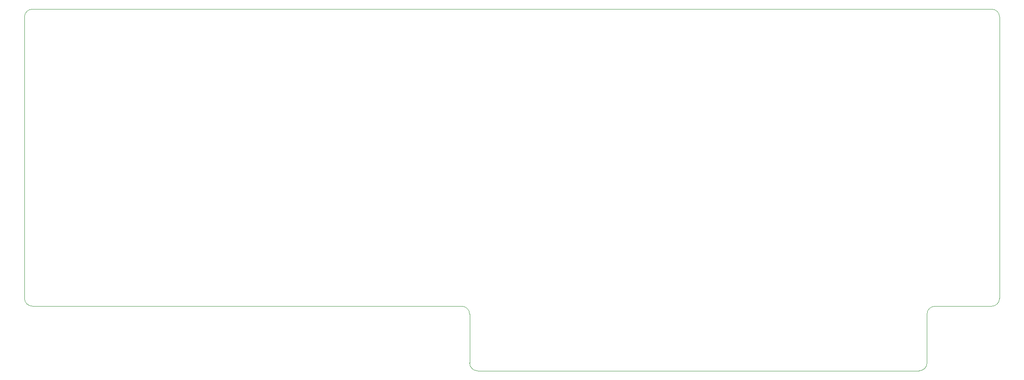
<source format=gbr>
%TF.GenerationSoftware,KiCad,Pcbnew,9.0.3*%
%TF.CreationDate,2025-12-15T21:45:11+00:00*%
%TF.ProjectId,TC02Mini,54433032-4d69-46e6-992e-6b696361645f,rev?*%
%TF.SameCoordinates,Original*%
%TF.FileFunction,Profile,NP*%
%FSLAX46Y46*%
G04 Gerber Fmt 4.6, Leading zero omitted, Abs format (unit mm)*
G04 Created by KiCad (PCBNEW 9.0.3) date 2025-12-15 21:45:11*
%MOMM*%
%LPD*%
G01*
G04 APERTURE LIST*
%TA.AperFunction,Profile*%
%ADD10C,0.050000*%
%TD*%
G04 APERTURE END LIST*
D10*
X244924499Y-66889969D02*
G75*
G02*
X246544531Y-68510000I1J-1620031D01*
G01*
X231694531Y-129485500D02*
G75*
G02*
X233314562Y-127865431I1620069J0D01*
G01*
X139690022Y-141120000D02*
X230074500Y-141120000D01*
X136439969Y-127859969D02*
G75*
G02*
X138060031Y-129480000I31J-1620031D01*
G01*
X46935504Y-68510031D02*
G75*
G02*
X48555535Y-66890004I1619996J31D01*
G01*
X244924500Y-66889969D02*
X48555535Y-66889969D01*
X139680031Y-141120031D02*
G75*
G02*
X138059969Y-139500000I-31J1620031D01*
G01*
X138060000Y-129480000D02*
X138060000Y-139500000D01*
X246544531Y-126245438D02*
G75*
G02*
X244924500Y-127865431I-1620031J38D01*
G01*
X231694531Y-139499969D02*
X231694531Y-129485500D01*
X48555535Y-127860031D02*
G75*
G02*
X46935469Y-126240000I-35J1620031D01*
G01*
X48555500Y-127860031D02*
X136440000Y-127860031D01*
X246544530Y-126245438D02*
X246544530Y-68510000D01*
X233314562Y-127865469D02*
X244924500Y-127865469D01*
X231694531Y-139499969D02*
G75*
G02*
X230074500Y-141120031I-1620031J-31D01*
G01*
X46935504Y-68510000D02*
X46935504Y-126240000D01*
M02*

</source>
